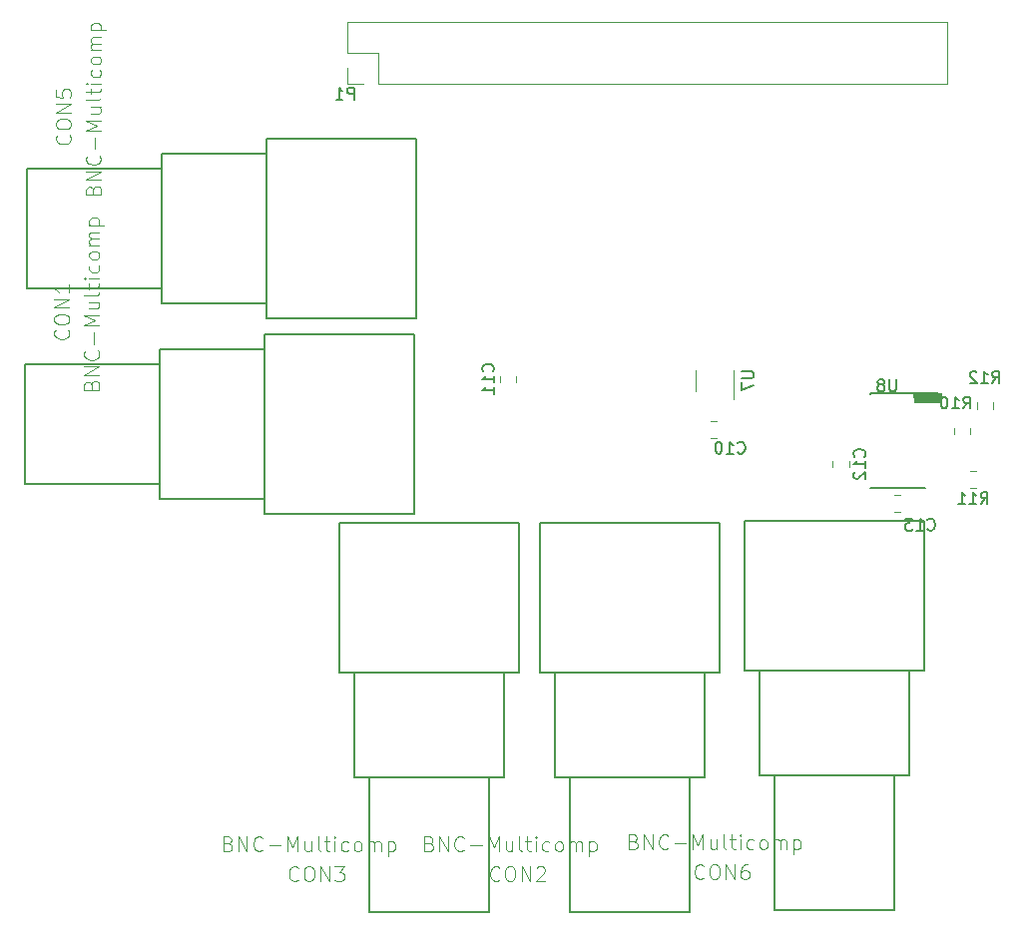
<source format=gbo>
G04 #@! TF.GenerationSoftware,KiCad,Pcbnew,(5.1.4)-1*
G04 #@! TF.CreationDate,2022-07-05T11:37:49+02:00*
G04 #@! TF.ProjectId,InterferometerControl,496e7465-7266-4657-926f-6d6574657243,rev?*
G04 #@! TF.SameCoordinates,Original*
G04 #@! TF.FileFunction,Legend,Bot*
G04 #@! TF.FilePolarity,Positive*
%FSLAX46Y46*%
G04 Gerber Fmt 4.6, Leading zero omitted, Abs format (unit mm)*
G04 Created by KiCad (PCBNEW (5.1.4)-1) date 2022-07-05 11:37:49*
%MOMM*%
%LPD*%
G04 APERTURE LIST*
%ADD10C,0.100000*%
%ADD11C,0.120000*%
%ADD12C,0.127000*%
%ADD13C,0.150000*%
%ADD14C,0.101600*%
G04 APERTURE END LIST*
D10*
G36*
X257426860Y-127157780D02*
G01*
X255087520Y-127101900D01*
X255069740Y-126388160D01*
X257409080Y-126388160D01*
X257426860Y-127157780D01*
G37*
X257426860Y-127157780D02*
X255087520Y-127101900D01*
X255069740Y-126388160D01*
X257409080Y-126388160D01*
X257426860Y-127157780D01*
D11*
X207040000Y-94900000D02*
X207040000Y-97500000D01*
X207040000Y-94900000D02*
X257960000Y-94900000D01*
X257960000Y-94900000D02*
X257960000Y-100100000D01*
X209640000Y-100100000D02*
X257960000Y-100100000D01*
X209640000Y-97500000D02*
X209640000Y-100100000D01*
X207040000Y-97500000D02*
X209640000Y-97500000D01*
X207040000Y-100100000D02*
X208370000Y-100100000D01*
X207040000Y-98770000D02*
X207040000Y-100100000D01*
D12*
X243259000Y-170203000D02*
X243259000Y-158773000D01*
X253419000Y-170203000D02*
X243259000Y-170203000D01*
X253419000Y-158773000D02*
X253419000Y-170203000D01*
X241989000Y-158773000D02*
X241989000Y-149883000D01*
X243259000Y-158773000D02*
X241989000Y-158773000D01*
X253419000Y-158773000D02*
X243259000Y-158773000D01*
X254689000Y-158773000D02*
X253419000Y-158773000D01*
X254689000Y-149883000D02*
X254689000Y-158773000D01*
X255959000Y-149883000D02*
X255959000Y-137183000D01*
X254689000Y-149883000D02*
X255959000Y-149883000D01*
X241989000Y-149883000D02*
X254689000Y-149883000D01*
X240719000Y-149883000D02*
X241989000Y-149883000D01*
X240719000Y-137183000D02*
X240719000Y-149883000D01*
X255959000Y-137183000D02*
X240719000Y-137183000D01*
X225933000Y-170378000D02*
X225933000Y-158948000D01*
X236093000Y-170378000D02*
X225933000Y-170378000D01*
X236093000Y-158948000D02*
X236093000Y-170378000D01*
X224663000Y-158948000D02*
X224663000Y-150058000D01*
X225933000Y-158948000D02*
X224663000Y-158948000D01*
X236093000Y-158948000D02*
X225933000Y-158948000D01*
X237363000Y-158948000D02*
X236093000Y-158948000D01*
X237363000Y-150058000D02*
X237363000Y-158948000D01*
X238633000Y-150058000D02*
X238633000Y-137358000D01*
X237363000Y-150058000D02*
X238633000Y-150058000D01*
X224663000Y-150058000D02*
X237363000Y-150058000D01*
X223393000Y-150058000D02*
X224663000Y-150058000D01*
X223393000Y-137358000D02*
X223393000Y-150058000D01*
X238633000Y-137358000D02*
X223393000Y-137358000D01*
X208867000Y-170378000D02*
X208867000Y-158948000D01*
X219027000Y-170378000D02*
X208867000Y-170378000D01*
X219027000Y-158948000D02*
X219027000Y-170378000D01*
X207597000Y-158948000D02*
X207597000Y-150058000D01*
X208867000Y-158948000D02*
X207597000Y-158948000D01*
X219027000Y-158948000D02*
X208867000Y-158948000D01*
X220297000Y-158948000D02*
X219027000Y-158948000D01*
X220297000Y-150058000D02*
X220297000Y-158948000D01*
X221567000Y-150058000D02*
X221567000Y-137358000D01*
X220297000Y-150058000D02*
X221567000Y-150058000D01*
X207597000Y-150058000D02*
X220297000Y-150058000D01*
X206327000Y-150058000D02*
X207597000Y-150058000D01*
X206327000Y-137358000D02*
X206327000Y-150058000D01*
X221567000Y-137358000D02*
X206327000Y-137358000D01*
X179708000Y-123896000D02*
X191138000Y-123896000D01*
X179708000Y-134056000D02*
X179708000Y-123896000D01*
X191138000Y-134056000D02*
X179708000Y-134056000D01*
X191138000Y-122626000D02*
X200028000Y-122626000D01*
X191138000Y-123896000D02*
X191138000Y-122626000D01*
X191138000Y-134056000D02*
X191138000Y-123896000D01*
X191138000Y-135326000D02*
X191138000Y-134056000D01*
X200028000Y-135326000D02*
X191138000Y-135326000D01*
X200028000Y-136596000D02*
X212728000Y-136596000D01*
X200028000Y-135326000D02*
X200028000Y-136596000D01*
X200028000Y-122626000D02*
X200028000Y-135326000D01*
X200028000Y-121356000D02*
X200028000Y-122626000D01*
X212728000Y-121356000D02*
X200028000Y-121356000D01*
X212728000Y-136596000D02*
X212728000Y-121356000D01*
X179855000Y-107343000D02*
X191285000Y-107343000D01*
X179855000Y-117503000D02*
X179855000Y-107343000D01*
X191285000Y-117503000D02*
X179855000Y-117503000D01*
X191285000Y-106073000D02*
X200175000Y-106073000D01*
X191285000Y-107343000D02*
X191285000Y-106073000D01*
X191285000Y-117503000D02*
X191285000Y-107343000D01*
X191285000Y-118773000D02*
X191285000Y-117503000D01*
X200175000Y-118773000D02*
X191285000Y-118773000D01*
X200175000Y-120043000D02*
X212875000Y-120043000D01*
X200175000Y-118773000D02*
X200175000Y-120043000D01*
X200175000Y-106073000D02*
X200175000Y-118773000D01*
X200175000Y-104803000D02*
X200175000Y-106073000D01*
X212875000Y-104803000D02*
X200175000Y-104803000D01*
X212875000Y-120043000D02*
X212875000Y-104803000D01*
D11*
X238352252Y-128716000D02*
X237829748Y-128716000D01*
X238352252Y-130136000D02*
X237829748Y-130136000D01*
X236556000Y-126178000D02*
X236556000Y-124378000D01*
X239776000Y-124378000D02*
X239776000Y-126828000D01*
X219953000Y-124883748D02*
X219953000Y-125406252D01*
X221373000Y-124883748D02*
X221373000Y-125406252D01*
X249600000Y-132642252D02*
X249600000Y-132119748D01*
X248180000Y-132642252D02*
X248180000Y-132119748D01*
X253969252Y-136448000D02*
X253446748Y-136448000D01*
X253969252Y-135028000D02*
X253446748Y-135028000D01*
X258492000Y-129307748D02*
X258492000Y-129830252D01*
X259912000Y-129307748D02*
X259912000Y-129830252D01*
X259871748Y-134365000D02*
X260394252Y-134365000D01*
X259871748Y-132945000D02*
X260394252Y-132945000D01*
X261850000Y-127161748D02*
X261850000Y-127684252D01*
X260430000Y-127161748D02*
X260430000Y-127684252D01*
D13*
X251442000Y-126384000D02*
X251442000Y-126409000D01*
X251442000Y-134434000D02*
X251442000Y-134409000D01*
X256092000Y-134434000D02*
X256092000Y-134409000D01*
X257167000Y-126334000D02*
X251442000Y-126334000D01*
X256092000Y-134434000D02*
X251442000Y-134434000D01*
X207596095Y-101430380D02*
X207596095Y-100430380D01*
X207215142Y-100430380D01*
X207119904Y-100478000D01*
X207072285Y-100525619D01*
X207024666Y-100620857D01*
X207024666Y-100763714D01*
X207072285Y-100858952D01*
X207119904Y-100906571D01*
X207215142Y-100954190D01*
X207596095Y-100954190D01*
X206072285Y-101430380D02*
X206643714Y-101430380D01*
X206358000Y-101430380D02*
X206358000Y-100430380D01*
X206453238Y-100573238D01*
X206548476Y-100668476D01*
X206643714Y-100716095D01*
D14*
X237271857Y-167481571D02*
X237211380Y-167542047D01*
X237029952Y-167602523D01*
X236909000Y-167602523D01*
X236727571Y-167542047D01*
X236606619Y-167421095D01*
X236546142Y-167300142D01*
X236485666Y-167058238D01*
X236485666Y-166876809D01*
X236546142Y-166634904D01*
X236606619Y-166513952D01*
X236727571Y-166393000D01*
X236909000Y-166332523D01*
X237029952Y-166332523D01*
X237211380Y-166393000D01*
X237271857Y-166453476D01*
X238058047Y-166332523D02*
X238299952Y-166332523D01*
X238420904Y-166393000D01*
X238541857Y-166513952D01*
X238602333Y-166755857D01*
X238602333Y-167179190D01*
X238541857Y-167421095D01*
X238420904Y-167542047D01*
X238299952Y-167602523D01*
X238058047Y-167602523D01*
X237937095Y-167542047D01*
X237816142Y-167421095D01*
X237755666Y-167179190D01*
X237755666Y-166755857D01*
X237816142Y-166513952D01*
X237937095Y-166393000D01*
X238058047Y-166332523D01*
X239146619Y-167602523D02*
X239146619Y-166332523D01*
X239872333Y-167602523D01*
X239872333Y-166332523D01*
X241021380Y-166332523D02*
X240779476Y-166332523D01*
X240658523Y-166393000D01*
X240598047Y-166453476D01*
X240477095Y-166634904D01*
X240416619Y-166876809D01*
X240416619Y-167360619D01*
X240477095Y-167481571D01*
X240537571Y-167542047D01*
X240658523Y-167602523D01*
X240900428Y-167602523D01*
X241021380Y-167542047D01*
X241081857Y-167481571D01*
X241142333Y-167360619D01*
X241142333Y-167058238D01*
X241081857Y-166937285D01*
X241021380Y-166876809D01*
X240900428Y-166816333D01*
X240658523Y-166816333D01*
X240537571Y-166876809D01*
X240477095Y-166937285D01*
X240416619Y-167058238D01*
X231345190Y-164397285D02*
X231526619Y-164457761D01*
X231587095Y-164518238D01*
X231647571Y-164639190D01*
X231647571Y-164820619D01*
X231587095Y-164941571D01*
X231526619Y-165002047D01*
X231405666Y-165062523D01*
X230921857Y-165062523D01*
X230921857Y-163792523D01*
X231345190Y-163792523D01*
X231466142Y-163853000D01*
X231526619Y-163913476D01*
X231587095Y-164034428D01*
X231587095Y-164155380D01*
X231526619Y-164276333D01*
X231466142Y-164336809D01*
X231345190Y-164397285D01*
X230921857Y-164397285D01*
X232191857Y-165062523D02*
X232191857Y-163792523D01*
X232917571Y-165062523D01*
X232917571Y-163792523D01*
X234248047Y-164941571D02*
X234187571Y-165002047D01*
X234006142Y-165062523D01*
X233885190Y-165062523D01*
X233703761Y-165002047D01*
X233582809Y-164881095D01*
X233522333Y-164760142D01*
X233461857Y-164518238D01*
X233461857Y-164336809D01*
X233522333Y-164094904D01*
X233582809Y-163973952D01*
X233703761Y-163853000D01*
X233885190Y-163792523D01*
X234006142Y-163792523D01*
X234187571Y-163853000D01*
X234248047Y-163913476D01*
X234792333Y-164578714D02*
X235759952Y-164578714D01*
X236364714Y-165062523D02*
X236364714Y-163792523D01*
X236788047Y-164699666D01*
X237211380Y-163792523D01*
X237211380Y-165062523D01*
X238360428Y-164215857D02*
X238360428Y-165062523D01*
X237816142Y-164215857D02*
X237816142Y-164881095D01*
X237876619Y-165002047D01*
X237997571Y-165062523D01*
X238179000Y-165062523D01*
X238299952Y-165002047D01*
X238360428Y-164941571D01*
X239146619Y-165062523D02*
X239025666Y-165002047D01*
X238965190Y-164881095D01*
X238965190Y-163792523D01*
X239449000Y-164215857D02*
X239932809Y-164215857D01*
X239630428Y-163792523D02*
X239630428Y-164881095D01*
X239690904Y-165002047D01*
X239811857Y-165062523D01*
X239932809Y-165062523D01*
X240356142Y-165062523D02*
X240356142Y-164215857D01*
X240356142Y-163792523D02*
X240295666Y-163853000D01*
X240356142Y-163913476D01*
X240416619Y-163853000D01*
X240356142Y-163792523D01*
X240356142Y-163913476D01*
X241505190Y-165002047D02*
X241384238Y-165062523D01*
X241142333Y-165062523D01*
X241021380Y-165002047D01*
X240960904Y-164941571D01*
X240900428Y-164820619D01*
X240900428Y-164457761D01*
X240960904Y-164336809D01*
X241021380Y-164276333D01*
X241142333Y-164215857D01*
X241384238Y-164215857D01*
X241505190Y-164276333D01*
X242230904Y-165062523D02*
X242109952Y-165002047D01*
X242049476Y-164941571D01*
X241989000Y-164820619D01*
X241989000Y-164457761D01*
X242049476Y-164336809D01*
X242109952Y-164276333D01*
X242230904Y-164215857D01*
X242412333Y-164215857D01*
X242533285Y-164276333D01*
X242593761Y-164336809D01*
X242654238Y-164457761D01*
X242654238Y-164820619D01*
X242593761Y-164941571D01*
X242533285Y-165002047D01*
X242412333Y-165062523D01*
X242230904Y-165062523D01*
X243198523Y-165062523D02*
X243198523Y-164215857D01*
X243198523Y-164336809D02*
X243259000Y-164276333D01*
X243379952Y-164215857D01*
X243561380Y-164215857D01*
X243682333Y-164276333D01*
X243742809Y-164397285D01*
X243742809Y-165062523D01*
X243742809Y-164397285D02*
X243803285Y-164276333D01*
X243924238Y-164215857D01*
X244105666Y-164215857D01*
X244226619Y-164276333D01*
X244287095Y-164397285D01*
X244287095Y-165062523D01*
X244891857Y-164215857D02*
X244891857Y-165485857D01*
X244891857Y-164276333D02*
X245012809Y-164215857D01*
X245254714Y-164215857D01*
X245375666Y-164276333D01*
X245436142Y-164336809D01*
X245496619Y-164457761D01*
X245496619Y-164820619D01*
X245436142Y-164941571D01*
X245375666Y-165002047D01*
X245254714Y-165062523D01*
X245012809Y-165062523D01*
X244891857Y-165002047D01*
X219945857Y-167656571D02*
X219885380Y-167717047D01*
X219703952Y-167777523D01*
X219583000Y-167777523D01*
X219401571Y-167717047D01*
X219280619Y-167596095D01*
X219220142Y-167475142D01*
X219159666Y-167233238D01*
X219159666Y-167051809D01*
X219220142Y-166809904D01*
X219280619Y-166688952D01*
X219401571Y-166568000D01*
X219583000Y-166507523D01*
X219703952Y-166507523D01*
X219885380Y-166568000D01*
X219945857Y-166628476D01*
X220732047Y-166507523D02*
X220973952Y-166507523D01*
X221094904Y-166568000D01*
X221215857Y-166688952D01*
X221276333Y-166930857D01*
X221276333Y-167354190D01*
X221215857Y-167596095D01*
X221094904Y-167717047D01*
X220973952Y-167777523D01*
X220732047Y-167777523D01*
X220611095Y-167717047D01*
X220490142Y-167596095D01*
X220429666Y-167354190D01*
X220429666Y-166930857D01*
X220490142Y-166688952D01*
X220611095Y-166568000D01*
X220732047Y-166507523D01*
X221820619Y-167777523D02*
X221820619Y-166507523D01*
X222546333Y-167777523D01*
X222546333Y-166507523D01*
X223090619Y-166628476D02*
X223151095Y-166568000D01*
X223272047Y-166507523D01*
X223574428Y-166507523D01*
X223695380Y-166568000D01*
X223755857Y-166628476D01*
X223816333Y-166749428D01*
X223816333Y-166870380D01*
X223755857Y-167051809D01*
X223030142Y-167777523D01*
X223816333Y-167777523D01*
X214019190Y-164572285D02*
X214200619Y-164632761D01*
X214261095Y-164693238D01*
X214321571Y-164814190D01*
X214321571Y-164995619D01*
X214261095Y-165116571D01*
X214200619Y-165177047D01*
X214079666Y-165237523D01*
X213595857Y-165237523D01*
X213595857Y-163967523D01*
X214019190Y-163967523D01*
X214140142Y-164028000D01*
X214200619Y-164088476D01*
X214261095Y-164209428D01*
X214261095Y-164330380D01*
X214200619Y-164451333D01*
X214140142Y-164511809D01*
X214019190Y-164572285D01*
X213595857Y-164572285D01*
X214865857Y-165237523D02*
X214865857Y-163967523D01*
X215591571Y-165237523D01*
X215591571Y-163967523D01*
X216922047Y-165116571D02*
X216861571Y-165177047D01*
X216680142Y-165237523D01*
X216559190Y-165237523D01*
X216377761Y-165177047D01*
X216256809Y-165056095D01*
X216196333Y-164935142D01*
X216135857Y-164693238D01*
X216135857Y-164511809D01*
X216196333Y-164269904D01*
X216256809Y-164148952D01*
X216377761Y-164028000D01*
X216559190Y-163967523D01*
X216680142Y-163967523D01*
X216861571Y-164028000D01*
X216922047Y-164088476D01*
X217466333Y-164753714D02*
X218433952Y-164753714D01*
X219038714Y-165237523D02*
X219038714Y-163967523D01*
X219462047Y-164874666D01*
X219885380Y-163967523D01*
X219885380Y-165237523D01*
X221034428Y-164390857D02*
X221034428Y-165237523D01*
X220490142Y-164390857D02*
X220490142Y-165056095D01*
X220550619Y-165177047D01*
X220671571Y-165237523D01*
X220853000Y-165237523D01*
X220973952Y-165177047D01*
X221034428Y-165116571D01*
X221820619Y-165237523D02*
X221699666Y-165177047D01*
X221639190Y-165056095D01*
X221639190Y-163967523D01*
X222123000Y-164390857D02*
X222606809Y-164390857D01*
X222304428Y-163967523D02*
X222304428Y-165056095D01*
X222364904Y-165177047D01*
X222485857Y-165237523D01*
X222606809Y-165237523D01*
X223030142Y-165237523D02*
X223030142Y-164390857D01*
X223030142Y-163967523D02*
X222969666Y-164028000D01*
X223030142Y-164088476D01*
X223090619Y-164028000D01*
X223030142Y-163967523D01*
X223030142Y-164088476D01*
X224179190Y-165177047D02*
X224058238Y-165237523D01*
X223816333Y-165237523D01*
X223695380Y-165177047D01*
X223634904Y-165116571D01*
X223574428Y-164995619D01*
X223574428Y-164632761D01*
X223634904Y-164511809D01*
X223695380Y-164451333D01*
X223816333Y-164390857D01*
X224058238Y-164390857D01*
X224179190Y-164451333D01*
X224904904Y-165237523D02*
X224783952Y-165177047D01*
X224723476Y-165116571D01*
X224663000Y-164995619D01*
X224663000Y-164632761D01*
X224723476Y-164511809D01*
X224783952Y-164451333D01*
X224904904Y-164390857D01*
X225086333Y-164390857D01*
X225207285Y-164451333D01*
X225267761Y-164511809D01*
X225328238Y-164632761D01*
X225328238Y-164995619D01*
X225267761Y-165116571D01*
X225207285Y-165177047D01*
X225086333Y-165237523D01*
X224904904Y-165237523D01*
X225872523Y-165237523D02*
X225872523Y-164390857D01*
X225872523Y-164511809D02*
X225933000Y-164451333D01*
X226053952Y-164390857D01*
X226235380Y-164390857D01*
X226356333Y-164451333D01*
X226416809Y-164572285D01*
X226416809Y-165237523D01*
X226416809Y-164572285D02*
X226477285Y-164451333D01*
X226598238Y-164390857D01*
X226779666Y-164390857D01*
X226900619Y-164451333D01*
X226961095Y-164572285D01*
X226961095Y-165237523D01*
X227565857Y-164390857D02*
X227565857Y-165660857D01*
X227565857Y-164451333D02*
X227686809Y-164390857D01*
X227928714Y-164390857D01*
X228049666Y-164451333D01*
X228110142Y-164511809D01*
X228170619Y-164632761D01*
X228170619Y-164995619D01*
X228110142Y-165116571D01*
X228049666Y-165177047D01*
X227928714Y-165237523D01*
X227686809Y-165237523D01*
X227565857Y-165177047D01*
X202879857Y-167656571D02*
X202819380Y-167717047D01*
X202637952Y-167777523D01*
X202517000Y-167777523D01*
X202335571Y-167717047D01*
X202214619Y-167596095D01*
X202154142Y-167475142D01*
X202093666Y-167233238D01*
X202093666Y-167051809D01*
X202154142Y-166809904D01*
X202214619Y-166688952D01*
X202335571Y-166568000D01*
X202517000Y-166507523D01*
X202637952Y-166507523D01*
X202819380Y-166568000D01*
X202879857Y-166628476D01*
X203666047Y-166507523D02*
X203907952Y-166507523D01*
X204028904Y-166568000D01*
X204149857Y-166688952D01*
X204210333Y-166930857D01*
X204210333Y-167354190D01*
X204149857Y-167596095D01*
X204028904Y-167717047D01*
X203907952Y-167777523D01*
X203666047Y-167777523D01*
X203545095Y-167717047D01*
X203424142Y-167596095D01*
X203363666Y-167354190D01*
X203363666Y-166930857D01*
X203424142Y-166688952D01*
X203545095Y-166568000D01*
X203666047Y-166507523D01*
X204754619Y-167777523D02*
X204754619Y-166507523D01*
X205480333Y-167777523D01*
X205480333Y-166507523D01*
X205964142Y-166507523D02*
X206750333Y-166507523D01*
X206327000Y-166991333D01*
X206508428Y-166991333D01*
X206629380Y-167051809D01*
X206689857Y-167112285D01*
X206750333Y-167233238D01*
X206750333Y-167535619D01*
X206689857Y-167656571D01*
X206629380Y-167717047D01*
X206508428Y-167777523D01*
X206145571Y-167777523D01*
X206024619Y-167717047D01*
X205964142Y-167656571D01*
X196953190Y-164572285D02*
X197134619Y-164632761D01*
X197195095Y-164693238D01*
X197255571Y-164814190D01*
X197255571Y-164995619D01*
X197195095Y-165116571D01*
X197134619Y-165177047D01*
X197013666Y-165237523D01*
X196529857Y-165237523D01*
X196529857Y-163967523D01*
X196953190Y-163967523D01*
X197074142Y-164028000D01*
X197134619Y-164088476D01*
X197195095Y-164209428D01*
X197195095Y-164330380D01*
X197134619Y-164451333D01*
X197074142Y-164511809D01*
X196953190Y-164572285D01*
X196529857Y-164572285D01*
X197799857Y-165237523D02*
X197799857Y-163967523D01*
X198525571Y-165237523D01*
X198525571Y-163967523D01*
X199856047Y-165116571D02*
X199795571Y-165177047D01*
X199614142Y-165237523D01*
X199493190Y-165237523D01*
X199311761Y-165177047D01*
X199190809Y-165056095D01*
X199130333Y-164935142D01*
X199069857Y-164693238D01*
X199069857Y-164511809D01*
X199130333Y-164269904D01*
X199190809Y-164148952D01*
X199311761Y-164028000D01*
X199493190Y-163967523D01*
X199614142Y-163967523D01*
X199795571Y-164028000D01*
X199856047Y-164088476D01*
X200400333Y-164753714D02*
X201367952Y-164753714D01*
X201972714Y-165237523D02*
X201972714Y-163967523D01*
X202396047Y-164874666D01*
X202819380Y-163967523D01*
X202819380Y-165237523D01*
X203968428Y-164390857D02*
X203968428Y-165237523D01*
X203424142Y-164390857D02*
X203424142Y-165056095D01*
X203484619Y-165177047D01*
X203605571Y-165237523D01*
X203787000Y-165237523D01*
X203907952Y-165177047D01*
X203968428Y-165116571D01*
X204754619Y-165237523D02*
X204633666Y-165177047D01*
X204573190Y-165056095D01*
X204573190Y-163967523D01*
X205057000Y-164390857D02*
X205540809Y-164390857D01*
X205238428Y-163967523D02*
X205238428Y-165056095D01*
X205298904Y-165177047D01*
X205419857Y-165237523D01*
X205540809Y-165237523D01*
X205964142Y-165237523D02*
X205964142Y-164390857D01*
X205964142Y-163967523D02*
X205903666Y-164028000D01*
X205964142Y-164088476D01*
X206024619Y-164028000D01*
X205964142Y-163967523D01*
X205964142Y-164088476D01*
X207113190Y-165177047D02*
X206992238Y-165237523D01*
X206750333Y-165237523D01*
X206629380Y-165177047D01*
X206568904Y-165116571D01*
X206508428Y-164995619D01*
X206508428Y-164632761D01*
X206568904Y-164511809D01*
X206629380Y-164451333D01*
X206750333Y-164390857D01*
X206992238Y-164390857D01*
X207113190Y-164451333D01*
X207838904Y-165237523D02*
X207717952Y-165177047D01*
X207657476Y-165116571D01*
X207597000Y-164995619D01*
X207597000Y-164632761D01*
X207657476Y-164511809D01*
X207717952Y-164451333D01*
X207838904Y-164390857D01*
X208020333Y-164390857D01*
X208141285Y-164451333D01*
X208201761Y-164511809D01*
X208262238Y-164632761D01*
X208262238Y-164995619D01*
X208201761Y-165116571D01*
X208141285Y-165177047D01*
X208020333Y-165237523D01*
X207838904Y-165237523D01*
X208806523Y-165237523D02*
X208806523Y-164390857D01*
X208806523Y-164511809D02*
X208867000Y-164451333D01*
X208987952Y-164390857D01*
X209169380Y-164390857D01*
X209290333Y-164451333D01*
X209350809Y-164572285D01*
X209350809Y-165237523D01*
X209350809Y-164572285D02*
X209411285Y-164451333D01*
X209532238Y-164390857D01*
X209713666Y-164390857D01*
X209834619Y-164451333D01*
X209895095Y-164572285D01*
X209895095Y-165237523D01*
X210499857Y-164390857D02*
X210499857Y-165660857D01*
X210499857Y-164451333D02*
X210620809Y-164390857D01*
X210862714Y-164390857D01*
X210983666Y-164451333D01*
X211044142Y-164511809D01*
X211104619Y-164632761D01*
X211104619Y-164995619D01*
X211044142Y-165116571D01*
X210983666Y-165177047D01*
X210862714Y-165237523D01*
X210620809Y-165237523D01*
X210499857Y-165177047D01*
X183336571Y-120993142D02*
X183397047Y-121053619D01*
X183457523Y-121235047D01*
X183457523Y-121356000D01*
X183397047Y-121537428D01*
X183276095Y-121658380D01*
X183155142Y-121718857D01*
X182913238Y-121779333D01*
X182731809Y-121779333D01*
X182489904Y-121718857D01*
X182368952Y-121658380D01*
X182248000Y-121537428D01*
X182187523Y-121356000D01*
X182187523Y-121235047D01*
X182248000Y-121053619D01*
X182308476Y-120993142D01*
X182187523Y-120206952D02*
X182187523Y-119965047D01*
X182248000Y-119844095D01*
X182368952Y-119723142D01*
X182610857Y-119662666D01*
X183034190Y-119662666D01*
X183276095Y-119723142D01*
X183397047Y-119844095D01*
X183457523Y-119965047D01*
X183457523Y-120206952D01*
X183397047Y-120327904D01*
X183276095Y-120448857D01*
X183034190Y-120509333D01*
X182610857Y-120509333D01*
X182368952Y-120448857D01*
X182248000Y-120327904D01*
X182187523Y-120206952D01*
X183457523Y-119118380D02*
X182187523Y-119118380D01*
X183457523Y-118392666D01*
X182187523Y-118392666D01*
X183457523Y-117122666D02*
X183457523Y-117848380D01*
X183457523Y-117485523D02*
X182187523Y-117485523D01*
X182368952Y-117606476D01*
X182489904Y-117727428D01*
X182550380Y-117848380D01*
X185332285Y-125649809D02*
X185392761Y-125468380D01*
X185453238Y-125407904D01*
X185574190Y-125347428D01*
X185755619Y-125347428D01*
X185876571Y-125407904D01*
X185937047Y-125468380D01*
X185997523Y-125589333D01*
X185997523Y-126073142D01*
X184727523Y-126073142D01*
X184727523Y-125649809D01*
X184788000Y-125528857D01*
X184848476Y-125468380D01*
X184969428Y-125407904D01*
X185090380Y-125407904D01*
X185211333Y-125468380D01*
X185271809Y-125528857D01*
X185332285Y-125649809D01*
X185332285Y-126073142D01*
X185997523Y-124803142D02*
X184727523Y-124803142D01*
X185997523Y-124077428D01*
X184727523Y-124077428D01*
X185876571Y-122746952D02*
X185937047Y-122807428D01*
X185997523Y-122988857D01*
X185997523Y-123109809D01*
X185937047Y-123291238D01*
X185816095Y-123412190D01*
X185695142Y-123472666D01*
X185453238Y-123533142D01*
X185271809Y-123533142D01*
X185029904Y-123472666D01*
X184908952Y-123412190D01*
X184788000Y-123291238D01*
X184727523Y-123109809D01*
X184727523Y-122988857D01*
X184788000Y-122807428D01*
X184848476Y-122746952D01*
X185513714Y-122202666D02*
X185513714Y-121235047D01*
X185997523Y-120630285D02*
X184727523Y-120630285D01*
X185634666Y-120206952D01*
X184727523Y-119783619D01*
X185997523Y-119783619D01*
X185150857Y-118634571D02*
X185997523Y-118634571D01*
X185150857Y-119178857D02*
X185816095Y-119178857D01*
X185937047Y-119118380D01*
X185997523Y-118997428D01*
X185997523Y-118816000D01*
X185937047Y-118695047D01*
X185876571Y-118634571D01*
X185997523Y-117848380D02*
X185937047Y-117969333D01*
X185816095Y-118029809D01*
X184727523Y-118029809D01*
X185150857Y-117546000D02*
X185150857Y-117062190D01*
X184727523Y-117364571D02*
X185816095Y-117364571D01*
X185937047Y-117304095D01*
X185997523Y-117183142D01*
X185997523Y-117062190D01*
X185997523Y-116638857D02*
X185150857Y-116638857D01*
X184727523Y-116638857D02*
X184788000Y-116699333D01*
X184848476Y-116638857D01*
X184788000Y-116578380D01*
X184727523Y-116638857D01*
X184848476Y-116638857D01*
X185937047Y-115489809D02*
X185997523Y-115610761D01*
X185997523Y-115852666D01*
X185937047Y-115973619D01*
X185876571Y-116034095D01*
X185755619Y-116094571D01*
X185392761Y-116094571D01*
X185271809Y-116034095D01*
X185211333Y-115973619D01*
X185150857Y-115852666D01*
X185150857Y-115610761D01*
X185211333Y-115489809D01*
X185997523Y-114764095D02*
X185937047Y-114885047D01*
X185876571Y-114945523D01*
X185755619Y-115006000D01*
X185392761Y-115006000D01*
X185271809Y-114945523D01*
X185211333Y-114885047D01*
X185150857Y-114764095D01*
X185150857Y-114582666D01*
X185211333Y-114461714D01*
X185271809Y-114401238D01*
X185392761Y-114340761D01*
X185755619Y-114340761D01*
X185876571Y-114401238D01*
X185937047Y-114461714D01*
X185997523Y-114582666D01*
X185997523Y-114764095D01*
X185997523Y-113796476D02*
X185150857Y-113796476D01*
X185271809Y-113796476D02*
X185211333Y-113736000D01*
X185150857Y-113615047D01*
X185150857Y-113433619D01*
X185211333Y-113312666D01*
X185332285Y-113252190D01*
X185997523Y-113252190D01*
X185332285Y-113252190D02*
X185211333Y-113191714D01*
X185150857Y-113070761D01*
X185150857Y-112889333D01*
X185211333Y-112768380D01*
X185332285Y-112707904D01*
X185997523Y-112707904D01*
X185150857Y-112103142D02*
X186420857Y-112103142D01*
X185211333Y-112103142D02*
X185150857Y-111982190D01*
X185150857Y-111740285D01*
X185211333Y-111619333D01*
X185271809Y-111558857D01*
X185392761Y-111498380D01*
X185755619Y-111498380D01*
X185876571Y-111558857D01*
X185937047Y-111619333D01*
X185997523Y-111740285D01*
X185997523Y-111982190D01*
X185937047Y-112103142D01*
X183483571Y-104440142D02*
X183544047Y-104500619D01*
X183604523Y-104682047D01*
X183604523Y-104803000D01*
X183544047Y-104984428D01*
X183423095Y-105105380D01*
X183302142Y-105165857D01*
X183060238Y-105226333D01*
X182878809Y-105226333D01*
X182636904Y-105165857D01*
X182515952Y-105105380D01*
X182395000Y-104984428D01*
X182334523Y-104803000D01*
X182334523Y-104682047D01*
X182395000Y-104500619D01*
X182455476Y-104440142D01*
X182334523Y-103653952D02*
X182334523Y-103412047D01*
X182395000Y-103291095D01*
X182515952Y-103170142D01*
X182757857Y-103109666D01*
X183181190Y-103109666D01*
X183423095Y-103170142D01*
X183544047Y-103291095D01*
X183604523Y-103412047D01*
X183604523Y-103653952D01*
X183544047Y-103774904D01*
X183423095Y-103895857D01*
X183181190Y-103956333D01*
X182757857Y-103956333D01*
X182515952Y-103895857D01*
X182395000Y-103774904D01*
X182334523Y-103653952D01*
X183604523Y-102565380D02*
X182334523Y-102565380D01*
X183604523Y-101839666D01*
X182334523Y-101839666D01*
X182334523Y-100630142D02*
X182334523Y-101234904D01*
X182939285Y-101295380D01*
X182878809Y-101234904D01*
X182818333Y-101113952D01*
X182818333Y-100811571D01*
X182878809Y-100690619D01*
X182939285Y-100630142D01*
X183060238Y-100569666D01*
X183362619Y-100569666D01*
X183483571Y-100630142D01*
X183544047Y-100690619D01*
X183604523Y-100811571D01*
X183604523Y-101113952D01*
X183544047Y-101234904D01*
X183483571Y-101295380D01*
X185479285Y-109096809D02*
X185539761Y-108915380D01*
X185600238Y-108854904D01*
X185721190Y-108794428D01*
X185902619Y-108794428D01*
X186023571Y-108854904D01*
X186084047Y-108915380D01*
X186144523Y-109036333D01*
X186144523Y-109520142D01*
X184874523Y-109520142D01*
X184874523Y-109096809D01*
X184935000Y-108975857D01*
X184995476Y-108915380D01*
X185116428Y-108854904D01*
X185237380Y-108854904D01*
X185358333Y-108915380D01*
X185418809Y-108975857D01*
X185479285Y-109096809D01*
X185479285Y-109520142D01*
X186144523Y-108250142D02*
X184874523Y-108250142D01*
X186144523Y-107524428D01*
X184874523Y-107524428D01*
X186023571Y-106193952D02*
X186084047Y-106254428D01*
X186144523Y-106435857D01*
X186144523Y-106556809D01*
X186084047Y-106738238D01*
X185963095Y-106859190D01*
X185842142Y-106919666D01*
X185600238Y-106980142D01*
X185418809Y-106980142D01*
X185176904Y-106919666D01*
X185055952Y-106859190D01*
X184935000Y-106738238D01*
X184874523Y-106556809D01*
X184874523Y-106435857D01*
X184935000Y-106254428D01*
X184995476Y-106193952D01*
X185660714Y-105649666D02*
X185660714Y-104682047D01*
X186144523Y-104077285D02*
X184874523Y-104077285D01*
X185781666Y-103653952D01*
X184874523Y-103230619D01*
X186144523Y-103230619D01*
X185297857Y-102081571D02*
X186144523Y-102081571D01*
X185297857Y-102625857D02*
X185963095Y-102625857D01*
X186084047Y-102565380D01*
X186144523Y-102444428D01*
X186144523Y-102263000D01*
X186084047Y-102142047D01*
X186023571Y-102081571D01*
X186144523Y-101295380D02*
X186084047Y-101416333D01*
X185963095Y-101476809D01*
X184874523Y-101476809D01*
X185297857Y-100993000D02*
X185297857Y-100509190D01*
X184874523Y-100811571D02*
X185963095Y-100811571D01*
X186084047Y-100751095D01*
X186144523Y-100630142D01*
X186144523Y-100509190D01*
X186144523Y-100085857D02*
X185297857Y-100085857D01*
X184874523Y-100085857D02*
X184935000Y-100146333D01*
X184995476Y-100085857D01*
X184935000Y-100025380D01*
X184874523Y-100085857D01*
X184995476Y-100085857D01*
X186084047Y-98936809D02*
X186144523Y-99057761D01*
X186144523Y-99299666D01*
X186084047Y-99420619D01*
X186023571Y-99481095D01*
X185902619Y-99541571D01*
X185539761Y-99541571D01*
X185418809Y-99481095D01*
X185358333Y-99420619D01*
X185297857Y-99299666D01*
X185297857Y-99057761D01*
X185358333Y-98936809D01*
X186144523Y-98211095D02*
X186084047Y-98332047D01*
X186023571Y-98392523D01*
X185902619Y-98453000D01*
X185539761Y-98453000D01*
X185418809Y-98392523D01*
X185358333Y-98332047D01*
X185297857Y-98211095D01*
X185297857Y-98029666D01*
X185358333Y-97908714D01*
X185418809Y-97848238D01*
X185539761Y-97787761D01*
X185902619Y-97787761D01*
X186023571Y-97848238D01*
X186084047Y-97908714D01*
X186144523Y-98029666D01*
X186144523Y-98211095D01*
X186144523Y-97243476D02*
X185297857Y-97243476D01*
X185418809Y-97243476D02*
X185358333Y-97183000D01*
X185297857Y-97062047D01*
X185297857Y-96880619D01*
X185358333Y-96759666D01*
X185479285Y-96699190D01*
X186144523Y-96699190D01*
X185479285Y-96699190D02*
X185358333Y-96638714D01*
X185297857Y-96517761D01*
X185297857Y-96336333D01*
X185358333Y-96215380D01*
X185479285Y-96154904D01*
X186144523Y-96154904D01*
X185297857Y-95550142D02*
X186567857Y-95550142D01*
X185358333Y-95550142D02*
X185297857Y-95429190D01*
X185297857Y-95187285D01*
X185358333Y-95066333D01*
X185418809Y-95005857D01*
X185539761Y-94945380D01*
X185902619Y-94945380D01*
X186023571Y-95005857D01*
X186084047Y-95066333D01*
X186144523Y-95187285D01*
X186144523Y-95429190D01*
X186084047Y-95550142D01*
D13*
X240160177Y-131388422D02*
X240207796Y-131436041D01*
X240350653Y-131483660D01*
X240445891Y-131483660D01*
X240588748Y-131436041D01*
X240683986Y-131340803D01*
X240731605Y-131245565D01*
X240779224Y-131055089D01*
X240779224Y-130912232D01*
X240731605Y-130721756D01*
X240683986Y-130626518D01*
X240588748Y-130531280D01*
X240445891Y-130483660D01*
X240350653Y-130483660D01*
X240207796Y-130531280D01*
X240160177Y-130578899D01*
X239207796Y-131483660D02*
X239779224Y-131483660D01*
X239493510Y-131483660D02*
X239493510Y-130483660D01*
X239588748Y-130626518D01*
X239683986Y-130721756D01*
X239779224Y-130769375D01*
X238588748Y-130483660D02*
X238493510Y-130483660D01*
X238398272Y-130531280D01*
X238350653Y-130578899D01*
X238303034Y-130674137D01*
X238255415Y-130864613D01*
X238255415Y-131102708D01*
X238303034Y-131293184D01*
X238350653Y-131388422D01*
X238398272Y-131436041D01*
X238493510Y-131483660D01*
X238588748Y-131483660D01*
X238683986Y-131436041D01*
X238731605Y-131388422D01*
X238779224Y-131293184D01*
X238826843Y-131102708D01*
X238826843Y-130864613D01*
X238779224Y-130674137D01*
X238731605Y-130578899D01*
X238683986Y-130531280D01*
X238588748Y-130483660D01*
X240518380Y-124516095D02*
X241327904Y-124516095D01*
X241423142Y-124563714D01*
X241470761Y-124611333D01*
X241518380Y-124706571D01*
X241518380Y-124897047D01*
X241470761Y-124992285D01*
X241423142Y-125039904D01*
X241327904Y-125087523D01*
X240518380Y-125087523D01*
X240518380Y-125468476D02*
X240518380Y-126135142D01*
X241518380Y-125706571D01*
X219370142Y-124502142D02*
X219417761Y-124454523D01*
X219465380Y-124311666D01*
X219465380Y-124216428D01*
X219417761Y-124073571D01*
X219322523Y-123978333D01*
X219227285Y-123930714D01*
X219036809Y-123883095D01*
X218893952Y-123883095D01*
X218703476Y-123930714D01*
X218608238Y-123978333D01*
X218513000Y-124073571D01*
X218465380Y-124216428D01*
X218465380Y-124311666D01*
X218513000Y-124454523D01*
X218560619Y-124502142D01*
X219465380Y-125454523D02*
X219465380Y-124883095D01*
X219465380Y-125168809D02*
X218465380Y-125168809D01*
X218608238Y-125073571D01*
X218703476Y-124978333D01*
X218751095Y-124883095D01*
X219465380Y-126406904D02*
X219465380Y-125835476D01*
X219465380Y-126121190D02*
X218465380Y-126121190D01*
X218608238Y-126025952D01*
X218703476Y-125930714D01*
X218751095Y-125835476D01*
X250897142Y-131738142D02*
X250944761Y-131690523D01*
X250992380Y-131547666D01*
X250992380Y-131452428D01*
X250944761Y-131309571D01*
X250849523Y-131214333D01*
X250754285Y-131166714D01*
X250563809Y-131119095D01*
X250420952Y-131119095D01*
X250230476Y-131166714D01*
X250135238Y-131214333D01*
X250040000Y-131309571D01*
X249992380Y-131452428D01*
X249992380Y-131547666D01*
X250040000Y-131690523D01*
X250087619Y-131738142D01*
X250992380Y-132690523D02*
X250992380Y-132119095D01*
X250992380Y-132404809D02*
X249992380Y-132404809D01*
X250135238Y-132309571D01*
X250230476Y-132214333D01*
X250278095Y-132119095D01*
X250087619Y-133071476D02*
X250040000Y-133119095D01*
X249992380Y-133214333D01*
X249992380Y-133452428D01*
X250040000Y-133547666D01*
X250087619Y-133595285D01*
X250182857Y-133642904D01*
X250278095Y-133642904D01*
X250420952Y-133595285D01*
X250992380Y-133023857D01*
X250992380Y-133642904D01*
X256266317Y-137913682D02*
X256313936Y-137961301D01*
X256456793Y-138008920D01*
X256552031Y-138008920D01*
X256694888Y-137961301D01*
X256790126Y-137866063D01*
X256837745Y-137770825D01*
X256885364Y-137580349D01*
X256885364Y-137437492D01*
X256837745Y-137247016D01*
X256790126Y-137151778D01*
X256694888Y-137056540D01*
X256552031Y-137008920D01*
X256456793Y-137008920D01*
X256313936Y-137056540D01*
X256266317Y-137104159D01*
X255313936Y-138008920D02*
X255885364Y-138008920D01*
X255599650Y-138008920D02*
X255599650Y-137008920D01*
X255694888Y-137151778D01*
X255790126Y-137247016D01*
X255885364Y-137294635D01*
X254980602Y-137008920D02*
X254361555Y-137008920D01*
X254694888Y-137389873D01*
X254552031Y-137389873D01*
X254456793Y-137437492D01*
X254409174Y-137485111D01*
X254361555Y-137580349D01*
X254361555Y-137818444D01*
X254409174Y-137913682D01*
X254456793Y-137961301D01*
X254552031Y-138008920D01*
X254837745Y-138008920D01*
X254932983Y-137961301D01*
X254980602Y-137913682D01*
X259286377Y-127658420D02*
X259619710Y-127182230D01*
X259857805Y-127658420D02*
X259857805Y-126658420D01*
X259476853Y-126658420D01*
X259381615Y-126706040D01*
X259333996Y-126753659D01*
X259286377Y-126848897D01*
X259286377Y-126991754D01*
X259333996Y-127086992D01*
X259381615Y-127134611D01*
X259476853Y-127182230D01*
X259857805Y-127182230D01*
X258333996Y-127658420D02*
X258905424Y-127658420D01*
X258619710Y-127658420D02*
X258619710Y-126658420D01*
X258714948Y-126801278D01*
X258810186Y-126896516D01*
X258905424Y-126944135D01*
X257714948Y-126658420D02*
X257619710Y-126658420D01*
X257524472Y-126706040D01*
X257476853Y-126753659D01*
X257429234Y-126848897D01*
X257381615Y-127039373D01*
X257381615Y-127277468D01*
X257429234Y-127467944D01*
X257476853Y-127563182D01*
X257524472Y-127610801D01*
X257619710Y-127658420D01*
X257714948Y-127658420D01*
X257810186Y-127610801D01*
X257857805Y-127563182D01*
X257905424Y-127467944D01*
X257953043Y-127277468D01*
X257953043Y-127039373D01*
X257905424Y-126848897D01*
X257857805Y-126753659D01*
X257810186Y-126706040D01*
X257714948Y-126658420D01*
X260775857Y-135757380D02*
X261109190Y-135281190D01*
X261347285Y-135757380D02*
X261347285Y-134757380D01*
X260966333Y-134757380D01*
X260871095Y-134805000D01*
X260823476Y-134852619D01*
X260775857Y-134947857D01*
X260775857Y-135090714D01*
X260823476Y-135185952D01*
X260871095Y-135233571D01*
X260966333Y-135281190D01*
X261347285Y-135281190D01*
X259823476Y-135757380D02*
X260394904Y-135757380D01*
X260109190Y-135757380D02*
X260109190Y-134757380D01*
X260204428Y-134900238D01*
X260299666Y-134995476D01*
X260394904Y-135043095D01*
X258871095Y-135757380D02*
X259442523Y-135757380D01*
X259156809Y-135757380D02*
X259156809Y-134757380D01*
X259252047Y-134900238D01*
X259347285Y-134995476D01*
X259442523Y-135043095D01*
X261750177Y-125494340D02*
X262083510Y-125018150D01*
X262321605Y-125494340D02*
X262321605Y-124494340D01*
X261940653Y-124494340D01*
X261845415Y-124541960D01*
X261797796Y-124589579D01*
X261750177Y-124684817D01*
X261750177Y-124827674D01*
X261797796Y-124922912D01*
X261845415Y-124970531D01*
X261940653Y-125018150D01*
X262321605Y-125018150D01*
X260797796Y-125494340D02*
X261369224Y-125494340D01*
X261083510Y-125494340D02*
X261083510Y-124494340D01*
X261178748Y-124637198D01*
X261273986Y-124732436D01*
X261369224Y-124780055D01*
X260416843Y-124589579D02*
X260369224Y-124541960D01*
X260273986Y-124494340D01*
X260035891Y-124494340D01*
X259940653Y-124541960D01*
X259893034Y-124589579D01*
X259845415Y-124684817D01*
X259845415Y-124780055D01*
X259893034Y-124922912D01*
X260464462Y-125494340D01*
X259845415Y-125494340D01*
X253598984Y-125203000D02*
X253598984Y-126012524D01*
X253551365Y-126107762D01*
X253503746Y-126155381D01*
X253408508Y-126203000D01*
X253218032Y-126203000D01*
X253122794Y-126155381D01*
X253075175Y-126107762D01*
X253027556Y-126012524D01*
X253027556Y-125203000D01*
X252408508Y-125631572D02*
X252503746Y-125583953D01*
X252551365Y-125536334D01*
X252598984Y-125441096D01*
X252598984Y-125393477D01*
X252551365Y-125298239D01*
X252503746Y-125250620D01*
X252408508Y-125203000D01*
X252218032Y-125203000D01*
X252122794Y-125250620D01*
X252075175Y-125298239D01*
X252027556Y-125393477D01*
X252027556Y-125441096D01*
X252075175Y-125536334D01*
X252122794Y-125583953D01*
X252218032Y-125631572D01*
X252408508Y-125631572D01*
X252503746Y-125679191D01*
X252551365Y-125726810D01*
X252598984Y-125822048D01*
X252598984Y-126012524D01*
X252551365Y-126107762D01*
X252503746Y-126155381D01*
X252408508Y-126203000D01*
X252218032Y-126203000D01*
X252122794Y-126155381D01*
X252075175Y-126107762D01*
X252027556Y-126012524D01*
X252027556Y-125822048D01*
X252075175Y-125726810D01*
X252122794Y-125679191D01*
X252218032Y-125631572D01*
M02*

</source>
